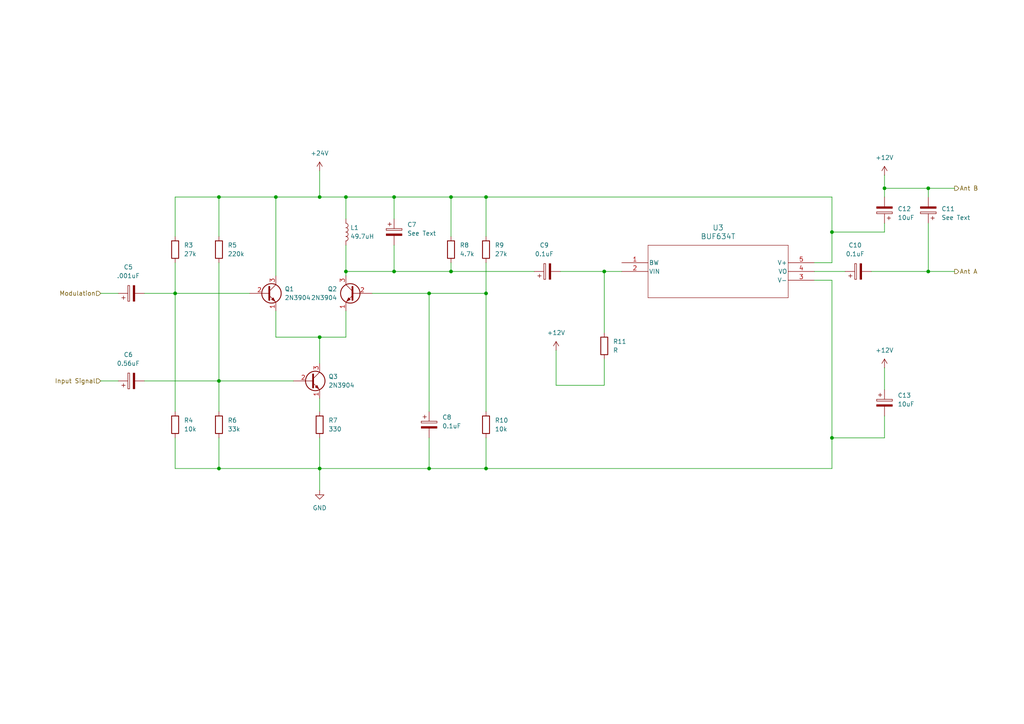
<source format=kicad_sch>
(kicad_sch (version 20231120) (generator "eeschema") (generator_version "8.0")
  (paper "A4")
  (lib_symbols
    (symbol "Device:C_Polarized" (pin_numbers hide) (pin_names (offset 0.254))
      (property "Reference" "C" (at 0.635 2.54 0))
      (property "Value" "C_Polarized" (at 0.635 -2.54 0))
      (symbol "C_Polarized_0_1"
        (rectangle (start -2.286 0.508) (end 2.286 1.016))
        (polyline (pts (xy -1.778 2.286) (xy -0.762 2.286)))
        (polyline (pts (xy -1.27 2.794) (xy -1.27 1.778)))
        (rectangle (start 2.286 -0.508) (end -2.286 -1.016) (fill (type outline)))
      )
      (symbol "C_Polarized_1_1"
        (pin passive line (at 0 3.81 270) (length 2.794) (name "~") (number "1"))
        (pin passive line (at 0 -3.81 90) (length 2.794) (name "~") (number "2"))
      )
    )
    (symbol "Device:L" (pin_numbers hide) (pin_names (offset 1.016) hide)
      (property "Reference" "L" (at -1.27 0 90))
      (property "Value" "L" (at 1.905 0 90))
      (symbol "L_0_1"
        (arc (start 0 -2.54) (mid 0.6323 -1.905) (end 0 -1.27))
        (arc (start 0 -1.27) (mid 0.6323 -0.635) (end 0 0))
        (arc (start 0 0) (mid 0.6323 0.635) (end 0 1.27))
        (arc (start 0 1.27) (mid 0.6323 1.905) (end 0 2.54))
      )
      (symbol "L_1_1"
        (pin passive line (at 0 3.81 270) (length 1.27) (name "1") (number "1"))
        (pin passive line (at 0 -3.81 90) (length 1.27) (name "2") (number "2"))
      )
    )
    (symbol "Device:R" (pin_numbers hide) (pin_names (offset 0))
      (property "Reference" "R" (at 2.032 0 90))
      (property "Value" "R" (at 0 0 90))
      (symbol "R_0_1"
        (rectangle (start -1.016 -2.54) (end 1.016 2.54) (stroke (width 0.254)))
      )
      (symbol "R_1_1"
        (pin passive line (at 0 3.81 270) (length 1.27) (name "~") (number "1"))
        (pin passive line (at 0 -3.81 90) (length 1.27) (name "~") (number "2"))
      )
    )
    (symbol "Transistor_BJT:2N3904" (pin_names (offset 0) hide)
      (property "Reference" "Q" (at 5.08 1.905 0))
      (property "Value" "2N3904" (at 5.08 0 0))
      (symbol "2N3904_0_1"
        (polyline (pts (xy 0.635 0.635) (xy 2.54 2.54)))
        (polyline (pts (xy 0.635 -0.635) (xy 2.54 -2.54) (xy 2.54 -2.54)))
        (polyline (pts (xy 0.635 1.905) (xy 0.635 -1.905) (xy 0.635 -1.905)) (stroke (width 0.508)))
        (polyline (pts (xy 1.27 -1.778) (xy 1.778 -1.27) (xy 2.286 -2.286) (xy 1.27 -1.778) (xy 1.27 -1.778)) (fill (type outline)))
        (circle (center 1.27 0) (radius 2.8194) (stroke (width 0.254)))
      )
      (symbol "2N3904_1_1"
        (pin passive line (at 2.54 -5.08 90) (length 2.54) (name "E") (number "1"))
        (pin passive line (at -5.08 0 0) (length 5.715) (name "B") (number "2"))
        (pin passive line (at 2.54 5.08 270) (length 2.54) (name "C") (number "3"))
      )
    )
    (symbol "gos:BUF634T" (pin_names (offset 0.254))
      (property "Reference" "U" (at 27.94 10.16 0))
      (property "Value" "BUF634T" (at 27.94 7.62 0))
      (symbol "BUF634T_0_1"
        (polyline (pts (xy 7.62 -10.16) (xy 48.26 -10.16)) (stroke (width 0.127)))
        (polyline (pts (xy 7.62 5.08) (xy 7.62 -10.16)) (stroke (width 0.127)))
        (polyline (pts (xy 48.26 -10.16) (xy 48.26 5.08)) (stroke (width 0.127)))
        (polyline (pts (xy 48.26 5.08) (xy 7.62 5.08)) (stroke (width 0.127)))
        (pin unspecified line (at 0 0 0) (length 7.62) (name "BW") (number "1"))
        (pin input line (at 0 -2.54 0) (length 7.62) (name "VIN") (number "2"))
        (pin power_in line (at 55.88 -5.08 180) (length 7.62) (name "V-") (number "3"))
        (pin output line (at 55.88 -2.54 180) (length 7.62) (name "VO") (number "4"))
        (pin power_in line (at 55.88 0 180) (length 7.62) (name "V+") (number "5"))
      )
    )
    (symbol "power:+12V" (power) (pin_numbers hide) (pin_names (offset 0) hide)
      (property "Value" "+12V" (at 0 3.556 0))
      (symbol "+12V_0_1"
        (polyline (pts (xy -0.762 1.27) (xy 0 2.54)))
        (polyline (pts (xy 0 0) (xy 0 2.54)))
        (polyline (pts (xy 0 2.54) (xy 0.762 1.27)))
      )
      (symbol "+12V_1_1"
        (pin power_in line (at 0 0 90) (length 0) (name "~") (number "1"))
      )
    )
    (symbol "power:+24V" (power) (pin_numbers hide) (pin_names (offset 0) hide)
      (property "Value" "+24V" (at 0 3.556 0))
      (symbol "+24V_0_1"
        (polyline (pts (xy -0.762 1.27) (xy 0 2.54)))
        (polyline (pts (xy 0 0) (xy 0 2.54)))
        (polyline (pts (xy 0 2.54) (xy 0.762 1.27)))
      )
      (symbol "+24V_1_1"
        (pin power_in line (at 0 0 90) (length 0) (name "~") (number "1"))
      )
    )
    (symbol "power:GND" (power) (pin_numbers hide) (pin_names (offset 0) hide)
      (property "Value" "GND" (at 0 -3.81 0))
      (symbol "GND_0_1"
        (polyline (pts (xy 0 0) (xy 0 -1.27) (xy 1.27 -1.27) (xy 0 -2.54) (xy -1.27 -1.27) (xy 0 -1.27)))
      )
      (symbol "GND_1_1"
        (pin power_in line (at 0 0 270) (length 0) (name "~") (number "1"))
      )
    )
  )
  (junction (at 241.3 67.31))
  (junction (at 100.33 57.15))
  (junction (at 92.71 57.15))
  (junction (at 269.24 54.61))
  (junction (at 114.3 57.15))
  (junction (at 100.33 78.74))
  (junction (at 140.97 57.15))
  (junction (at 130.81 78.74))
  (junction (at 140.97 135.89))
  (junction (at 50.8 85.09))
  (junction (at 241.3 127))
  (junction (at 124.46 135.89))
  (junction (at 130.81 57.15))
  (junction (at 140.97 85.09))
  (junction (at 80.01 57.15))
  (junction (at 92.71 97.79))
  (junction (at 124.46 85.09))
  (junction (at 63.5 135.89))
  (junction (at 256.54 54.61))
  (junction (at 92.71 135.89))
  (junction (at 269.24 78.74))
  (junction (at 63.5 57.15))
  (junction (at 114.3 78.74))
  (junction (at 175.26 78.74))
  (junction (at 63.5 110.49))
  (wire (pts (xy 130.81 78.74) (xy 114.3 78.74)))
  (wire (pts (xy 130.81 78.74) (xy 154.94 78.74)))
  (wire (pts (xy 269.24 54.61) (xy 276.86 54.61)))
  (wire (pts (xy 92.71 115.57) (xy 92.71 119.38)))
  (wire (pts (xy 92.71 135.89) (xy 92.71 142.24)))
  (wire (pts (xy 63.5 57.15) (xy 63.5 68.58)))
  (wire (pts (xy 50.8 85.09) (xy 50.8 119.38)))
  (wire (pts (xy 256.54 67.31) (xy 241.3 67.31)))
  (wire (pts (xy 241.3 67.31) (xy 241.3 57.15)))
  (wire (pts (xy 140.97 119.38) (xy 140.97 85.09)))
  (wire (pts (xy 124.46 127) (xy 124.46 135.89)))
  (wire (pts (xy 114.3 78.74) (xy 100.33 78.74)))
  (wire (pts (xy 236.22 81.28) (xy 241.3 81.28)))
  (wire (pts (xy 161.29 111.76) (xy 161.29 101.6)))
  (wire (pts (xy 269.24 78.74) (xy 276.86 78.74)))
  (wire (pts (xy 252.73 78.74) (xy 269.24 78.74)))
  (wire (pts (xy 92.71 127) (xy 92.71 135.89)))
  (wire (pts (xy 63.5 57.15) (xy 80.01 57.15)))
  (wire (pts (xy 114.3 63.5) (xy 114.3 57.15)))
  (wire (pts (xy 269.24 54.61) (xy 256.54 54.61)))
  (wire (pts (xy 140.97 127) (xy 140.97 135.89)))
  (wire (pts (xy 63.5 76.2) (xy 63.5 110.49)))
  (wire (pts (xy 140.97 76.2) (xy 140.97 85.09)))
  (wire (pts (xy 256.54 54.61) (xy 256.54 57.15)))
  (wire (pts (xy 236.22 78.74) (xy 245.11 78.74)))
  (wire (pts (xy 63.5 110.49) (xy 63.5 119.38)))
  (wire (pts (xy 256.54 106.68) (xy 256.54 113.03)))
  (wire (pts (xy 50.8 57.15) (xy 63.5 57.15)))
  (wire (pts (xy 130.81 68.58) (xy 130.81 57.15)))
  (wire (pts (xy 175.26 78.74) (xy 162.56 78.74)))
  (wire (pts (xy 100.33 97.79) (xy 100.33 90.17)))
  (wire (pts (xy 269.24 64.77) (xy 269.24 78.74)))
  (wire (pts (xy 63.5 110.49) (xy 85.09 110.49)))
  (wire (pts (xy 100.33 71.12) (xy 100.33 78.74)))
  (wire (pts (xy 114.3 57.15) (xy 100.33 57.15)))
  (wire (pts (xy 124.46 135.89) (xy 140.97 135.89)))
  (wire (pts (xy 50.8 85.09) (xy 72.39 85.09)))
  (wire (pts (xy 269.24 57.15) (xy 269.24 54.61)))
  (wire (pts (xy 256.54 120.65) (xy 256.54 127)))
  (wire (pts (xy 63.5 135.89) (xy 50.8 135.89)))
  (wire (pts (xy 236.22 76.2) (xy 241.3 76.2)))
  (wire (pts (xy 241.3 57.15) (xy 140.97 57.15)))
  (wire (pts (xy 92.71 135.89) (xy 63.5 135.89)))
  (wire (pts (xy 50.8 68.58) (xy 50.8 57.15)))
  (wire (pts (xy 140.97 85.09) (xy 124.46 85.09)))
  (wire (pts (xy 130.81 57.15) (xy 114.3 57.15)))
  (wire (pts (xy 92.71 135.89) (xy 124.46 135.89)))
  (wire (pts (xy 92.71 57.15) (xy 92.71 49.53)))
  (wire (pts (xy 92.71 97.79) (xy 100.33 97.79)))
  (wire (pts (xy 241.3 81.28) (xy 241.3 127)))
  (wire (pts (xy 175.26 111.76) (xy 161.29 111.76)))
  (wire (pts (xy 114.3 71.12) (xy 114.3 78.74)))
  (wire (pts (xy 175.26 96.52) (xy 175.26 78.74)))
  (wire (pts (xy 256.54 127) (xy 241.3 127)))
  (wire (pts (xy 29.21 85.09) (xy 34.29 85.09)))
  (wire (pts (xy 29.21 110.49) (xy 34.29 110.49)))
  (wire (pts (xy 50.8 76.2) (xy 50.8 85.09)))
  (wire (pts (xy 175.26 78.74) (xy 180.34 78.74)))
  (wire (pts (xy 241.3 76.2) (xy 241.3 67.31)))
  (wire (pts (xy 130.81 76.2) (xy 130.81 78.74)))
  (wire (pts (xy 256.54 64.77) (xy 256.54 67.31)))
  (wire (pts (xy 140.97 68.58) (xy 140.97 57.15)))
  (wire (pts (xy 80.01 57.15) (xy 80.01 80.01)))
  (wire (pts (xy 80.01 57.15) (xy 92.71 57.15)))
  (wire (pts (xy 175.26 104.14) (xy 175.26 111.76)))
  (wire (pts (xy 241.3 135.89) (xy 140.97 135.89)))
  (wire (pts (xy 41.91 110.49) (xy 63.5 110.49)))
  (wire (pts (xy 100.33 78.74) (xy 100.33 80.01)))
  (wire (pts (xy 256.54 50.8) (xy 256.54 54.61)))
  (wire (pts (xy 92.71 97.79) (xy 92.71 105.41)))
  (wire (pts (xy 50.8 135.89) (xy 50.8 127)))
  (wire (pts (xy 100.33 63.5) (xy 100.33 57.15)))
  (wire (pts (xy 80.01 97.79) (xy 92.71 97.79)))
  (wire (pts (xy 140.97 57.15) (xy 130.81 57.15)))
  (wire (pts (xy 100.33 57.15) (xy 92.71 57.15)))
  (wire (pts (xy 124.46 85.09) (xy 124.46 119.38)))
  (wire (pts (xy 80.01 90.17) (xy 80.01 97.79)))
  (wire (pts (xy 107.95 85.09) (xy 124.46 85.09)))
  (wire (pts (xy 241.3 127) (xy 241.3 135.89)))
  (wire (pts (xy 41.91 85.09) (xy 50.8 85.09)))
  (wire (pts (xy 63.5 127) (xy 63.5 135.89)))
  (hierarchical_label "Ant A" (shape output) (at 276.86 78.74 0))
  (hierarchical_label "Ant B" (shape output) (at 276.86 54.61 0))
  (hierarchical_label "Modulation" (shape input) (at 29.21 85.09 180))
  (hierarchical_label "Input Signal" (shape input) (at 29.21 110.49 180))
  (symbol (lib_id "Device:R") (at 175.26 100.33 0) (unit 1)
    (property "Reference" "R11" (at 177.8 99.0599 0) (effects (justify left)))
    (property "Value" "R" (at 177.8 101.5999 0) (effects (justify left)))
    (property "Description" "Resistor" (effects (hide yes)))
  )
  (symbol (lib_id "Device:C_Polarized") (at 38.1 110.49 90) (unit 1)
    (property "Reference" "C6" (at 37.211 102.87 90))
    (property "Value" "0.56uF" (at 37.211 105.41 90))
    (property "Description" "Polarized capacitor" (effects (hide yes)))
  )
  (symbol (lib_id "Device:C_Polarized") (at 269.24 60.96 180) (unit 1)
    (property "Reference" "C11" (at 273.05 60.5789 0) (effects (justify right)))
    (property "Value" "See Text" (at 273.05 63.1189 0) (effects (justify right)))
    (property "Description" "Polarized capacitor" (effects (hide yes)))
  )
  (symbol (lib_id "Device:R") (at 130.81 72.39 0) (unit 1)
    (property "Reference" "R8" (at 133.35 71.1199 0) (effects (justify left)))
    (property "Value" "4.7k" (at 133.35 73.6599 0) (effects (justify left)))
    (property "Description" "Resistor" (effects (hide yes)))
  )
  (symbol (lib_id "Device:L") (at 100.33 67.31 0) (unit 1)
    (property "Reference" "L1" (at 101.6 66.0399 0) (effects (justify left)))
    (property "Value" "49.7uH" (at 101.6 68.5799 0) (effects (justify left)))
    (property "Description" "Inductor" (effects (hide yes)))
  )
  (symbol (lib_id "Device:R") (at 63.5 72.39 0) (unit 1)
    (property "Reference" "R5" (at 66.04 71.1199 0) (effects (justify left)))
    (property "Value" "220k" (at 66.04 73.6599 0) (effects (justify left)))
    (property "Description" "Resistor" (effects (hide yes)))
  )
  (symbol (lib_id "power:+12V") (at 256.54 50.8 0) (unit 1)
    (property "Reference" "#PWR014" (effects (hide yes)))
    (property "Value" "+12V" (at 256.54 45.72 0))
    (property "Description" "Power symbol creates a global label with name \"+12V\"" (effects (hide yes)))
  )
  (symbol (lib_id "Transistor_BJT:2N3904") (at 102.87 85.09 0) (mirror y) (unit 1)
    (property "Reference" "Q2" (at 97.79 83.8199 0) (effects (justify left)))
    (property "Value" "2N3904" (at 97.79 86.3599 0) (effects (justify left)))
    (property "Footprint" "Package_TO_SOT_THT:TO-92_Inline" (effects (hide yes)))
    (property "Datasheet" "https://www.onsemi.com/pub/Collateral/2N3903-D.PDF" (effects (hide yes)))
    (property "Description" "0.2A Ic, 40V Vce, Small Signal NPN Transistor, TO-92" (effects (hide yes)))
  )
  (symbol (lib_id "Device:R") (at 92.71 123.19 0) (unit 1)
    (property "Reference" "R7" (at 95.25 121.9199 0) (effects (justify left)))
    (property "Value" "330" (at 95.25 124.4599 0) (effects (justify left)))
    (property "Description" "Resistor" (effects (hide yes)))
  )
  (symbol (lib_id "Device:C_Polarized") (at 248.92 78.74 90) (unit 1)
    (property "Reference" "C10" (at 248.031 71.12 90))
    (property "Value" "0.1uF" (at 248.031 73.66 90))
    (property "Description" "Polarized capacitor" (effects (hide yes)))
  )
  (symbol (lib_id "Device:C_Polarized") (at 256.54 116.84 0) (unit 1)
    (property "Reference" "C13" (at 260.35 114.6809 0) (effects (justify left)))
    (property "Value" "10uF" (at 260.35 117.2209 0) (effects (justify left)))
    (property "Description" "Polarized capacitor" (effects (hide yes)))
  )
  (symbol (lib_id "power:GND") (at 92.71 142.24 0) (unit 1)
    (property "Reference" "#PWR011" (effects (hide yes)))
    (property "Value" "GND" (at 92.71 147.32 0))
    (property "Description" "Power symbol creates a global label with name \"GND\" , ground" (effects (hide yes)))
  )
  (symbol (lib_id "Device:R") (at 140.97 72.39 0) (unit 1)
    (property "Reference" "R9" (at 143.51 71.1199 0) (effects (justify left)))
    (property "Value" "27k" (at 143.51 73.6599 0) (effects (justify left)))
    (property "Description" "Resistor" (effects (hide yes)))
  )
  (symbol (lib_id "Device:R") (at 50.8 72.39 0) (unit 1)
    (property "Reference" "R3" (at 53.34 71.1199 0) (effects (justify left)))
    (property "Value" "27k" (at 53.34 73.6599 0) (effects (justify left)))
    (property "Description" "Resistor" (effects (hide yes)))
  )
  (symbol (lib_id "Device:C_Polarized") (at 256.54 60.96 180) (unit 1)
    (property "Reference" "C12" (at 260.35 60.5789 0) (effects (justify right)))
    (property "Value" "10uF" (at 260.35 63.1189 0) (effects (justify right)))
    (property "Description" "Polarized capacitor" (effects (hide yes)))
  )
  (symbol (lib_id "power:+12V") (at 161.29 101.6 0) (unit 1)
    (property "Reference" "#PWR013" (effects (hide yes)))
    (property "Value" "+12V" (at 161.29 96.52 0))
    (property "Description" "Power symbol creates a global label with name \"+12V\"" (effects (hide yes)))
  )
  (symbol (lib_id "Transistor_BJT:2N3904") (at 90.17 110.49 0) (unit 1)
    (property "Reference" "Q3" (at 95.25 109.2199 0) (effects (justify left)))
    (property "Value" "2N3904" (at 95.25 111.7599 0) (effects (justify left)))
    (property "Footprint" "Package_TO_SOT_THT:TO-92_Inline" (effects (hide yes)))
    (property "Datasheet" "https://www.onsemi.com/pub/Collateral/2N3903-D.PDF" (effects (hide yes)))
    (property "Description" "0.2A Ic, 40V Vce, Small Signal NPN Transistor, TO-92" (effects (hide yes)))
  )
  (symbol (lib_id "Device:R") (at 63.5 123.19 0) (unit 1)
    (property "Reference" "R6" (at 66.04 121.9199 0) (effects (justify left)))
    (property "Value" "33k" (at 66.04 124.4599 0) (effects (justify left)))
    (property "Description" "Resistor" (effects (hide yes)))
  )
  (symbol (lib_id "power:+12V") (at 256.54 106.68 0) (unit 1)
    (property "Reference" "#PWR015" (effects (hide yes)))
    (property "Value" "+12V" (at 256.54 101.6 0))
    (property "Description" "Power symbol creates a global label with name \"+12V\"" (effects (hide yes)))
  )
  (symbol (lib_id "power:+24V") (at 92.71 49.53 0) (unit 1)
    (property "Reference" "#PWR012" (effects (hide yes)))
    (property "Value" "+24V" (at 92.71 44.45 0))
    (property "Description" "Power symbol creates a global label with name \"+24V\"" (effects (hide yes)))
  )
  (symbol (lib_id "Device:C_Polarized") (at 124.46 123.19 0) (unit 1)
    (property "Reference" "C8" (at 128.27 121.0309 0) (effects (justify left)))
    (property "Value" "0.1uF" (at 128.27 123.5709 0) (effects (justify left)))
    (property "Description" "Polarized capacitor" (effects (hide yes)))
  )
  (symbol (lib_id "Device:R") (at 50.8 123.19 0) (unit 1)
    (property "Reference" "R4" (at 53.34 121.9199 0) (effects (justify left)))
    (property "Value" "10k" (at 53.34 124.4599 0) (effects (justify left)))
    (property "Description" "Resistor" (effects (hide yes)))
  )
  (symbol (lib_id "Transistor_BJT:2N3904") (at 77.47 85.09 0) (unit 1)
    (property "Reference" "Q1" (at 82.55 83.8199 0) (effects (justify left)))
    (property "Value" "2N3904" (at 82.55 86.3599 0) (effects (justify left)))
    (property "Footprint" "Package_TO_SOT_THT:TO-92_Inline" (effects (hide yes)))
    (property "Datasheet" "https://www.onsemi.com/pub/Collateral/2N3903-D.PDF" (effects (hide yes)))
    (property "Description" "0.2A Ic, 40V Vce, Small Signal NPN Transistor, TO-92" (effects (hide yes)))
  )
  (symbol (lib_id "Device:R") (at 140.97 123.19 0) (unit 1)
    (property "Reference" "R10" (at 143.51 121.9199 0) (effects (justify left)))
    (property "Value" "10k" (at 143.51 124.4599 0) (effects (justify left)))
    (property "Description" "Resistor" (effects (hide yes)))
  )
  (symbol (lib_id "Device:C_Polarized") (at 114.3 67.31 0) (unit 1)
    (property "Reference" "C7" (at 118.11 65.1509 0) (effects (justify left)))
    (property "Value" "See Text" (at 118.11 67.6909 0) (effects (justify left)))
    (property "Description" "Polarized capacitor" (effects (hide yes)))
  )
  (symbol (lib_id "Device:C_Polarized") (at 158.75 78.74 90) (unit 1)
    (property "Reference" "C9" (at 157.861 71.12 90))
    (property "Value" "0.1uF" (at 157.861 73.66 90))
    (property "Description" "Polarized capacitor" (effects (hide yes)))
  )
  (symbol (lib_id "gos:BUF634T") (at 180.34 76.2 0) (unit 1)
    (property "Reference" "U3" (at 208.28 66.04 0) (effects (font (size 1.524 1.524))))
    (property "Value" "BUF634T" (at 208.28 68.58 0) (effects (font (size 1.524 1.524))))
    (property "Footprint" "gos:KC5" (effects (hide yes)))
    (property "Datasheet" "BUF634T" (effects (hide yes)))
  )
  (symbol (lib_id "Device:C_Polarized") (at 38.1 85.09 90) (unit 1)
    (property "Reference" "C5" (at 37.211 77.47 90))
    (property "Value" ".001uF" (at 37.211 80.01 90))
    (property "Description" "Polarized capacitor" (effects (hide yes)))
  )
)
</source>
